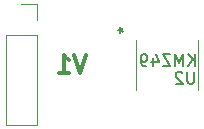
<source format=gbr>
%TF.GenerationSoftware,KiCad,Pcbnew,(5.1.6)-1*%
%TF.CreationDate,2021-11-18T20:06:08-06:00*%
%TF.ProjectId,DriveByWireMrSensor,44726976-6542-4795-9769-72654d725365,rev?*%
%TF.SameCoordinates,Original*%
%TF.FileFunction,Legend,Bot*%
%TF.FilePolarity,Positive*%
%FSLAX46Y46*%
G04 Gerber Fmt 4.6, Leading zero omitted, Abs format (unit mm)*
G04 Created by KiCad (PCBNEW (5.1.6)-1) date 2021-11-18 20:06:08*
%MOMM*%
%LPD*%
G01*
G04 APERTURE LIST*
%ADD10C,0.300000*%
%ADD11C,0.120000*%
%ADD12C,0.150000*%
G04 APERTURE END LIST*
D10*
X96694285Y-78318571D02*
X96194285Y-79818571D01*
X95694285Y-78318571D01*
X94408571Y-79818571D02*
X95265714Y-79818571D01*
X94837142Y-79818571D02*
X94837142Y-78318571D01*
X94980000Y-78532857D01*
X95122857Y-78675714D01*
X95265714Y-78747142D01*
D11*
%TO.C,U2*%
X100921100Y-81270900D02*
X100921100Y-77029100D01*
X106178900Y-77029100D02*
X106178900Y-81270900D01*
%TO.C,J1*%
X92530000Y-73959999D02*
X91200000Y-73959999D01*
X92530000Y-75289999D02*
X92530000Y-73959999D01*
X92530000Y-76559999D02*
X89870000Y-76559999D01*
X89870000Y-76559999D02*
X89870000Y-84239999D01*
X92530000Y-76559999D02*
X92530000Y-84239999D01*
X92530000Y-84239999D02*
X89870000Y-84239999D01*
%TO.C,U2*%
D12*
X105831904Y-79712380D02*
X105831904Y-80521904D01*
X105784285Y-80617142D01*
X105736666Y-80664761D01*
X105641428Y-80712380D01*
X105450952Y-80712380D01*
X105355714Y-80664761D01*
X105308095Y-80617142D01*
X105260476Y-80521904D01*
X105260476Y-79712380D01*
X104831904Y-79807619D02*
X104784285Y-79760000D01*
X104689047Y-79712380D01*
X104450952Y-79712380D01*
X104355714Y-79760000D01*
X104308095Y-79807619D01*
X104260476Y-79902857D01*
X104260476Y-79998095D01*
X104308095Y-80140952D01*
X104879523Y-80712380D01*
X104260476Y-80712380D01*
X105871904Y-79232380D02*
X105871904Y-78232380D01*
X105300476Y-79232380D02*
X105729047Y-78660952D01*
X105300476Y-78232380D02*
X105871904Y-78803809D01*
X104871904Y-79232380D02*
X104871904Y-78232380D01*
X104538571Y-78946666D01*
X104205238Y-78232380D01*
X104205238Y-79232380D01*
X103824285Y-78232380D02*
X103157619Y-78232380D01*
X103824285Y-79232380D01*
X103157619Y-79232380D01*
X102348095Y-78565714D02*
X102348095Y-79232380D01*
X102586190Y-78184761D02*
X102824285Y-78899047D01*
X102205238Y-78899047D01*
X101776666Y-79232380D02*
X101586190Y-79232380D01*
X101490952Y-79184761D01*
X101443333Y-79137142D01*
X101348095Y-78994285D01*
X101300476Y-78803809D01*
X101300476Y-78422857D01*
X101348095Y-78327619D01*
X101395714Y-78280000D01*
X101490952Y-78232380D01*
X101681428Y-78232380D01*
X101776666Y-78280000D01*
X101824285Y-78327619D01*
X101871904Y-78422857D01*
X101871904Y-78660952D01*
X101824285Y-78756190D01*
X101776666Y-78803809D01*
X101681428Y-78851428D01*
X101490952Y-78851428D01*
X101395714Y-78803809D01*
X101348095Y-78756190D01*
X101300476Y-78660952D01*
X99420980Y-76171850D02*
X99659076Y-76171850D01*
X99563838Y-75933754D02*
X99659076Y-76171850D01*
X99563838Y-76409945D01*
X99849552Y-76028992D02*
X99659076Y-76171850D01*
X99849552Y-76314707D01*
X99420980Y-76171850D02*
X99659076Y-76171850D01*
X99563838Y-75933754D02*
X99659076Y-76171850D01*
X99563838Y-76409945D01*
X99849552Y-76028992D02*
X99659076Y-76171850D01*
X99849552Y-76314707D01*
%TD*%
M02*

</source>
